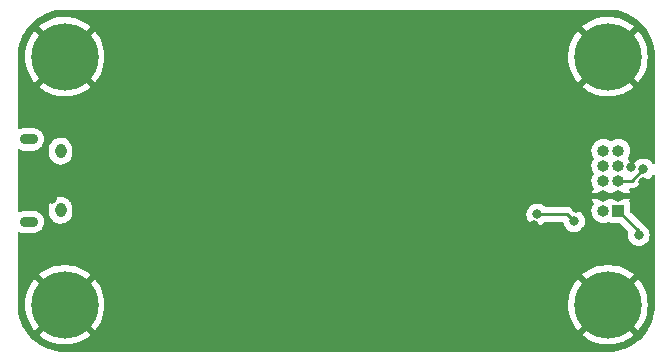
<source format=gbr>
%TF.GenerationSoftware,KiCad,Pcbnew,(6.0.9)*%
%TF.CreationDate,2022-11-08T23:36:55-08:00*%
%TF.ProjectId,esp32-prog,65737033-322d-4707-926f-672e6b696361,rev?*%
%TF.SameCoordinates,PX8f0d180PY2d4cae0*%
%TF.FileFunction,Copper,L2,Bot*%
%TF.FilePolarity,Positive*%
%FSLAX46Y46*%
G04 Gerber Fmt 4.6, Leading zero omitted, Abs format (unit mm)*
G04 Created by KiCad (PCBNEW (6.0.9)) date 2022-11-08 23:36:55*
%MOMM*%
%LPD*%
G01*
G04 APERTURE LIST*
%TA.AperFunction,ComponentPad*%
%ADD10C,5.700000*%
%TD*%
%TA.AperFunction,ComponentPad*%
%ADD11O,1.550000X0.890000*%
%TD*%
%TA.AperFunction,ComponentPad*%
%ADD12O,0.950000X1.250000*%
%TD*%
%TA.AperFunction,ComponentPad*%
%ADD13R,1.000000X1.000000*%
%TD*%
%TA.AperFunction,ComponentPad*%
%ADD14O,1.000000X1.000000*%
%TD*%
%TA.AperFunction,ViaPad*%
%ADD15C,0.800000*%
%TD*%
%TA.AperFunction,Conductor*%
%ADD16C,0.254000*%
%TD*%
G04 APERTURE END LIST*
D10*
%TO.P,H4,1,1*%
%TO.N,GND*%
X4500000Y-25500000D03*
%TD*%
%TO.P,H2,1,1*%
%TO.N,GND*%
X50500000Y-4500000D03*
%TD*%
%TO.P,H3,1,1*%
%TO.N,GND*%
X50500000Y-25500000D03*
%TD*%
D11*
%TO.P,J1,6,Shield*%
%TO.N,unconnected-(J1-Pad6)*%
X1454000Y-18500000D03*
D12*
X4154000Y-12500000D03*
D11*
X1454000Y-11500000D03*
D12*
X4154000Y-17500000D03*
%TD*%
D13*
%TO.P,J2,1,Pin_1*%
%TO.N,+5V*%
X51385000Y-17550000D03*
D14*
%TO.P,J2,2,Pin_2*%
%TO.N,+3.3V*%
X50115000Y-17550000D03*
%TO.P,J2,3,Pin_3*%
%TO.N,GND*%
X51385000Y-16280000D03*
%TO.P,J2,4,Pin_4*%
X50115000Y-16280000D03*
%TO.P,J2,5,Pin_5*%
%TO.N,/ESP_EN*%
X51385000Y-15010000D03*
%TO.P,J2,6,Pin_6*%
%TO.N,/ESP_BOOT*%
X50115000Y-15010000D03*
%TO.P,J2,7,Pin_7*%
%TO.N,/RXD*%
X51385000Y-13740000D03*
%TO.P,J2,8,Pin_8*%
%TO.N,/TXD*%
X50115000Y-13740000D03*
%TO.P,J2,9,Pin_9*%
%TO.N,unconnected-(J2-Pad9)*%
X51385000Y-12470000D03*
%TO.P,J2,10,Pin_10*%
%TO.N,unconnected-(J2-Pad10)*%
X50115000Y-12470000D03*
%TD*%
D10*
%TO.P,H1,1,1*%
%TO.N,GND*%
X4500000Y-4500000D03*
%TD*%
D15*
%TO.N,GND*%
X25673800Y-17949600D03*
X34142600Y-18756400D03*
X53496500Y-15149200D03*
X47827361Y-17345364D03*
X14692000Y-9002400D03*
X42164300Y-5470000D03*
X29220800Y-6868800D03*
X50695637Y-19574874D03*
X3443500Y-16545077D03*
X42062700Y-3845100D03*
X46645200Y-14844400D03*
X34142600Y-11506400D03*
X46340400Y-19721200D03*
X52431488Y-13803446D03*
X28250000Y-8250000D03*
X21600800Y-6208400D03*
X26842200Y-20642000D03*
X38720400Y-13828400D03*
X26260000Y-13060000D03*
X29220800Y-9662800D03*
X10628000Y-4836800D03*
X44272630Y-18743180D03*
X52690400Y-16419200D03*
X25171100Y-8740000D03*
X11237600Y-2093600D03*
X34259000Y-22369200D03*
X11644000Y-12558400D03*
X26791400Y-17035200D03*
X25521400Y-14393600D03*
X7453000Y-16978000D03*
X48562620Y-19290904D03*
X26639000Y-24184900D03*
X14641200Y-2042800D03*
X11560000Y-9890000D03*
X5090800Y-16368400D03*
X24090000Y-6259200D03*
X25115000Y-11244000D03*
X24560000Y-10200000D03*
%TO.N,+5V*%
X53110000Y-19610000D03*
%TO.N,/ESP_EN*%
X53496500Y-14031600D03*
%TO.N,/ESP_BOOT*%
X47653457Y-18443457D03*
X44511545Y-17848012D03*
%TD*%
D16*
%TO.N,+5V*%
X53110000Y-19275000D02*
X51385000Y-17550000D01*
X53110000Y-19610000D02*
X53110000Y-19275000D01*
%TO.N,/ESP_EN*%
X51385000Y-15010000D02*
X52518100Y-15010000D01*
X52518100Y-15010000D02*
X53496500Y-14031600D01*
%TO.N,/ESP_BOOT*%
X47653457Y-18443457D02*
X47058012Y-17848012D01*
X47058012Y-17848012D02*
X44511545Y-17848012D01*
%TD*%
%TA.AperFunction,Conductor*%
%TO.N,GND*%
G36*
X50470018Y-510000D02*
G01*
X50484852Y-512310D01*
X50484855Y-512310D01*
X50493724Y-513691D01*
X50511033Y-511428D01*
X50513656Y-511085D01*
X50535810Y-510156D01*
X50862472Y-525258D01*
X50874060Y-526332D01*
X51227672Y-575659D01*
X51239112Y-577798D01*
X51586665Y-659541D01*
X51597841Y-662721D01*
X51767111Y-719455D01*
X51936372Y-776186D01*
X51947224Y-780390D01*
X52273840Y-924605D01*
X52284245Y-929785D01*
X52596177Y-1103530D01*
X52606054Y-1109646D01*
X52900610Y-1311422D01*
X52909898Y-1318436D01*
X53184581Y-1546530D01*
X53193181Y-1554371D01*
X53445629Y-1806819D01*
X53453470Y-1815419D01*
X53681564Y-2090102D01*
X53688578Y-2099390D01*
X53890354Y-2393946D01*
X53896470Y-2403823D01*
X54070215Y-2715755D01*
X54075395Y-2726160D01*
X54219610Y-3052776D01*
X54223814Y-3063628D01*
X54337276Y-3402150D01*
X54340459Y-3413335D01*
X54389372Y-3621301D01*
X54422202Y-3760888D01*
X54424341Y-3772328D01*
X54473668Y-4125940D01*
X54474742Y-4137529D01*
X54489502Y-4456785D01*
X54488136Y-4481989D01*
X54487690Y-4484850D01*
X54487690Y-4484856D01*
X54486309Y-4493724D01*
X54487473Y-4502626D01*
X54487473Y-4502628D01*
X54490436Y-4525283D01*
X54491500Y-4541621D01*
X54491500Y-13467754D01*
X54471498Y-13535875D01*
X54417842Y-13582368D01*
X54347568Y-13592472D01*
X54282988Y-13562978D01*
X54256381Y-13530754D01*
X54238841Y-13500374D01*
X54235540Y-13494656D01*
X54229869Y-13488357D01*
X54112175Y-13357645D01*
X54112174Y-13357644D01*
X54107753Y-13352734D01*
X53953252Y-13240482D01*
X53947224Y-13237798D01*
X53947222Y-13237797D01*
X53784819Y-13165491D01*
X53784818Y-13165491D01*
X53778788Y-13162806D01*
X53685387Y-13142953D01*
X53598444Y-13124472D01*
X53598439Y-13124472D01*
X53591987Y-13123100D01*
X53401013Y-13123100D01*
X53394561Y-13124472D01*
X53394556Y-13124472D01*
X53307613Y-13142953D01*
X53214212Y-13162806D01*
X53208182Y-13165491D01*
X53208181Y-13165491D01*
X53045778Y-13237797D01*
X53045776Y-13237798D01*
X53039748Y-13240482D01*
X52885247Y-13352734D01*
X52880826Y-13357644D01*
X52880825Y-13357645D01*
X52763132Y-13488357D01*
X52757460Y-13494656D01*
X52730861Y-13540727D01*
X52681089Y-13626935D01*
X52661973Y-13660044D01*
X52659932Y-13666326D01*
X52639839Y-13728165D01*
X52599765Y-13786770D01*
X52534368Y-13814407D01*
X52464411Y-13802300D01*
X52412106Y-13754293D01*
X52394607Y-13701523D01*
X52379682Y-13549302D01*
X52379681Y-13549298D01*
X52379080Y-13543167D01*
X52376879Y-13535875D01*
X52355162Y-13463947D01*
X52321916Y-13353831D01*
X52229066Y-13179204D01*
X52225167Y-13174424D01*
X52224715Y-13173743D01*
X52203676Y-13105935D01*
X52220105Y-13041775D01*
X52221432Y-13039440D01*
X52276410Y-12942662D01*
X52307723Y-12887542D01*
X52307725Y-12887537D01*
X52310769Y-12882179D01*
X52373197Y-12694513D01*
X52397985Y-12498295D01*
X52398380Y-12470000D01*
X52379080Y-12273167D01*
X52373061Y-12253229D01*
X52346453Y-12165102D01*
X52321916Y-12083831D01*
X52229066Y-11909204D01*
X52158709Y-11822938D01*
X52107960Y-11760713D01*
X52107957Y-11760710D01*
X52104065Y-11755938D01*
X52097724Y-11750692D01*
X51956425Y-11633799D01*
X51956421Y-11633797D01*
X51951675Y-11629870D01*
X51777701Y-11535802D01*
X51588768Y-11477318D01*
X51582643Y-11476674D01*
X51582642Y-11476674D01*
X51398204Y-11457289D01*
X51398202Y-11457289D01*
X51392075Y-11456645D01*
X51309576Y-11464153D01*
X51201251Y-11474011D01*
X51201248Y-11474012D01*
X51195112Y-11474570D01*
X51189206Y-11476308D01*
X51189202Y-11476309D01*
X51084076Y-11507249D01*
X51005381Y-11530410D01*
X50999923Y-11533263D01*
X50999919Y-11533265D01*
X50927459Y-11571147D01*
X50830110Y-11622040D01*
X50825310Y-11625900D01*
X50820153Y-11629274D01*
X50818769Y-11627158D01*
X50763365Y-11650027D01*
X50693512Y-11637334D01*
X50683898Y-11631709D01*
X50681675Y-11629870D01*
X50507701Y-11535802D01*
X50318768Y-11477318D01*
X50312643Y-11476674D01*
X50312642Y-11476674D01*
X50128204Y-11457289D01*
X50128202Y-11457289D01*
X50122075Y-11456645D01*
X50039576Y-11464153D01*
X49931251Y-11474011D01*
X49931248Y-11474012D01*
X49925112Y-11474570D01*
X49919206Y-11476308D01*
X49919202Y-11476309D01*
X49814076Y-11507249D01*
X49735381Y-11530410D01*
X49729923Y-11533263D01*
X49729919Y-11533265D01*
X49657459Y-11571147D01*
X49560110Y-11622040D01*
X49405975Y-11745968D01*
X49278846Y-11897474D01*
X49275879Y-11902872D01*
X49275875Y-11902877D01*
X49218148Y-12007884D01*
X49183567Y-12070787D01*
X49181706Y-12076654D01*
X49181705Y-12076656D01*
X49159983Y-12145133D01*
X49123765Y-12259306D01*
X49101719Y-12455851D01*
X49118268Y-12652934D01*
X49119967Y-12658858D01*
X49148416Y-12758071D01*
X49172783Y-12843050D01*
X49263187Y-13018956D01*
X49267016Y-13023787D01*
X49268839Y-13026088D01*
X49269414Y-13027509D01*
X49270353Y-13028966D01*
X49270076Y-13029144D01*
X49295474Y-13091898D01*
X49282301Y-13161662D01*
X49278846Y-13167474D01*
X49183567Y-13340787D01*
X49181706Y-13346654D01*
X49181705Y-13346656D01*
X49135860Y-13491177D01*
X49123765Y-13529306D01*
X49101719Y-13725851D01*
X49118268Y-13922934D01*
X49119967Y-13928858D01*
X49149428Y-14031600D01*
X49172783Y-14113050D01*
X49263187Y-14288956D01*
X49267016Y-14293787D01*
X49268839Y-14296088D01*
X49269414Y-14297509D01*
X49270353Y-14298966D01*
X49270076Y-14299144D01*
X49295474Y-14361898D01*
X49282301Y-14431662D01*
X49278846Y-14437474D01*
X49183567Y-14610787D01*
X49123765Y-14799306D01*
X49101719Y-14995851D01*
X49118268Y-15192934D01*
X49172783Y-15383050D01*
X49175602Y-15388535D01*
X49252787Y-15538719D01*
X49263187Y-15558956D01*
X49269164Y-15566497D01*
X49269843Y-15568174D01*
X49270353Y-15568966D01*
X49270203Y-15569063D01*
X49295802Y-15632304D01*
X49282633Y-15702069D01*
X49279254Y-15707754D01*
X49279262Y-15707758D01*
X49186998Y-15875585D01*
X49182166Y-15886858D01*
X49143506Y-16008731D01*
X49143202Y-16022831D01*
X49149763Y-16026000D01*
X52343183Y-16026000D01*
X52356714Y-16022027D01*
X52357806Y-16014433D01*
X52323231Y-15899919D01*
X52318560Y-15888586D01*
X52287757Y-15830653D01*
X52273438Y-15761115D01*
X52298986Y-15694875D01*
X52356291Y-15652962D01*
X52399009Y-15645500D01*
X52439080Y-15645500D01*
X52450314Y-15646030D01*
X52457819Y-15647708D01*
X52526112Y-15645562D01*
X52530069Y-15645500D01*
X52558083Y-15645500D01*
X52562008Y-15645004D01*
X52562009Y-15645004D01*
X52562104Y-15644992D01*
X52573949Y-15644059D01*
X52603770Y-15643122D01*
X52610382Y-15642914D01*
X52610383Y-15642914D01*
X52618305Y-15642665D01*
X52637849Y-15636987D01*
X52657212Y-15632977D01*
X52669540Y-15631420D01*
X52669542Y-15631420D01*
X52677399Y-15630427D01*
X52684763Y-15627511D01*
X52684768Y-15627510D01*
X52718656Y-15614093D01*
X52729885Y-15610248D01*
X52746565Y-15605402D01*
X52772493Y-15597869D01*
X52779320Y-15593831D01*
X52779323Y-15593830D01*
X52790006Y-15587512D01*
X52807764Y-15578812D01*
X52819315Y-15574239D01*
X52819321Y-15574235D01*
X52826688Y-15571319D01*
X52862591Y-15545234D01*
X52872510Y-15538719D01*
X52903868Y-15520174D01*
X52903872Y-15520171D01*
X52910698Y-15516134D01*
X52925082Y-15501750D01*
X52940116Y-15488909D01*
X52950173Y-15481602D01*
X52956587Y-15476942D01*
X52984873Y-15442750D01*
X52992863Y-15433969D01*
X53449829Y-14977004D01*
X53512141Y-14942979D01*
X53538924Y-14940100D01*
X53591987Y-14940100D01*
X53598439Y-14938728D01*
X53598444Y-14938728D01*
X53685387Y-14920247D01*
X53778788Y-14900394D01*
X53784819Y-14897709D01*
X53947222Y-14825403D01*
X53947224Y-14825402D01*
X53953252Y-14822718D01*
X54107753Y-14710466D01*
X54202362Y-14605392D01*
X54231121Y-14573452D01*
X54231122Y-14573451D01*
X54235540Y-14568544D01*
X54256382Y-14532446D01*
X54307763Y-14483453D01*
X54377477Y-14470016D01*
X54443388Y-14496403D01*
X54484570Y-14554235D01*
X54491500Y-14595446D01*
X54491500Y-25450633D01*
X54490000Y-25470018D01*
X54486309Y-25493724D01*
X54487473Y-25502625D01*
X54488915Y-25513656D01*
X54489844Y-25535810D01*
X54474742Y-25862471D01*
X54473668Y-25874060D01*
X54424341Y-26227672D01*
X54422202Y-26239112D01*
X54345631Y-26564676D01*
X54340461Y-26586656D01*
X54337276Y-26597850D01*
X54223814Y-26936372D01*
X54219610Y-26947224D01*
X54075395Y-27273840D01*
X54070215Y-27284245D01*
X53896470Y-27596177D01*
X53890354Y-27606054D01*
X53688578Y-27900610D01*
X53681564Y-27909898D01*
X53453470Y-28184581D01*
X53445629Y-28193181D01*
X53193181Y-28445629D01*
X53184581Y-28453470D01*
X52909898Y-28681564D01*
X52900610Y-28688578D01*
X52693020Y-28830781D01*
X52651973Y-28858899D01*
X52606054Y-28890354D01*
X52596177Y-28896470D01*
X52284245Y-29070215D01*
X52273840Y-29075395D01*
X51947224Y-29219610D01*
X51936372Y-29223814D01*
X51767111Y-29280545D01*
X51597841Y-29337279D01*
X51586665Y-29340459D01*
X51254150Y-29418665D01*
X51239112Y-29422202D01*
X51227672Y-29424341D01*
X50874060Y-29473668D01*
X50862471Y-29474742D01*
X50543215Y-29489502D01*
X50518011Y-29488136D01*
X50515150Y-29487690D01*
X50515144Y-29487690D01*
X50506276Y-29486309D01*
X50497374Y-29487473D01*
X50497372Y-29487473D01*
X50486347Y-29488915D01*
X50474714Y-29490436D01*
X50458379Y-29491500D01*
X4549367Y-29491500D01*
X4529982Y-29490000D01*
X4515148Y-29487690D01*
X4515145Y-29487690D01*
X4506276Y-29486309D01*
X4492303Y-29488136D01*
X4486344Y-29488915D01*
X4464190Y-29489844D01*
X4137528Y-29474742D01*
X4125940Y-29473668D01*
X3772328Y-29424341D01*
X3760888Y-29422202D01*
X3745850Y-29418665D01*
X3413335Y-29340459D01*
X3402159Y-29337279D01*
X3232889Y-29280545D01*
X3063628Y-29223814D01*
X3052776Y-29219610D01*
X2726160Y-29075395D01*
X2715755Y-29070215D01*
X2403823Y-28896470D01*
X2393946Y-28890354D01*
X2348028Y-28858899D01*
X2306980Y-28830781D01*
X2099390Y-28688578D01*
X2090102Y-28681564D01*
X1815419Y-28453470D01*
X1806819Y-28445629D01*
X1554371Y-28193181D01*
X1546530Y-28184581D01*
X1436224Y-28051745D01*
X2313795Y-28051745D01*
X2313871Y-28052815D01*
X2317055Y-28057648D01*
X2597342Y-28272720D01*
X2602972Y-28276575D01*
X2907929Y-28461992D01*
X2913931Y-28465210D01*
X3237139Y-28616611D01*
X3243444Y-28619159D01*
X3581117Y-28734771D01*
X3587668Y-28736624D01*
X3935838Y-28815087D01*
X3942557Y-28816224D01*
X4297174Y-28856628D01*
X4303964Y-28857031D01*
X4660865Y-28858899D01*
X4667666Y-28858567D01*
X5022686Y-28821880D01*
X5029414Y-28820814D01*
X5378402Y-28745997D01*
X5384950Y-28744218D01*
X5723820Y-28632147D01*
X5730162Y-28629661D01*
X6054921Y-28481660D01*
X6060975Y-28478495D01*
X6367839Y-28296293D01*
X6373520Y-28292490D01*
X6658918Y-28078207D01*
X6664145Y-28073821D01*
X6676988Y-28061803D01*
X6682921Y-28051745D01*
X48313795Y-28051745D01*
X48313871Y-28052815D01*
X48317055Y-28057648D01*
X48597342Y-28272720D01*
X48602972Y-28276575D01*
X48907929Y-28461992D01*
X48913931Y-28465210D01*
X49237139Y-28616611D01*
X49243444Y-28619159D01*
X49581117Y-28734771D01*
X49587668Y-28736624D01*
X49935838Y-28815087D01*
X49942557Y-28816224D01*
X50297174Y-28856628D01*
X50303964Y-28857031D01*
X50660865Y-28858899D01*
X50667666Y-28858567D01*
X51022686Y-28821880D01*
X51029414Y-28820814D01*
X51378402Y-28745997D01*
X51384950Y-28744218D01*
X51723820Y-28632147D01*
X51730162Y-28629661D01*
X52054921Y-28481660D01*
X52060975Y-28478495D01*
X52367839Y-28296293D01*
X52373520Y-28292490D01*
X52658918Y-28078207D01*
X52664145Y-28073821D01*
X52676988Y-28061803D01*
X52685057Y-28048123D01*
X52685029Y-28047398D01*
X52679887Y-28039097D01*
X50512812Y-25872022D01*
X50498868Y-25864408D01*
X50497035Y-25864539D01*
X50490420Y-25868790D01*
X48321409Y-28037801D01*
X48313795Y-28051745D01*
X6682921Y-28051745D01*
X6685057Y-28048123D01*
X6685029Y-28047398D01*
X6679887Y-28039097D01*
X4512812Y-25872022D01*
X4498868Y-25864408D01*
X4497035Y-25864539D01*
X4490420Y-25868790D01*
X2321409Y-28037801D01*
X2313795Y-28051745D01*
X1436224Y-28051745D01*
X1318436Y-27909898D01*
X1311422Y-27900610D01*
X1109646Y-27606054D01*
X1103530Y-27596177D01*
X929785Y-27284245D01*
X924605Y-27273840D01*
X780390Y-26947224D01*
X776186Y-26936372D01*
X662724Y-26597850D01*
X659539Y-26586656D01*
X654370Y-26564676D01*
X577798Y-26239112D01*
X575659Y-26227672D01*
X526332Y-25874060D01*
X525258Y-25862471D01*
X510671Y-25546959D01*
X512283Y-25520239D01*
X512767Y-25517361D01*
X512767Y-25517359D01*
X513576Y-25512552D01*
X513729Y-25500000D01*
X512534Y-25491657D01*
X1137260Y-25491657D01*
X1155318Y-25848127D01*
X1156028Y-25854883D01*
X1212478Y-26207305D01*
X1213917Y-26213960D01*
X1308094Y-26558215D01*
X1310243Y-26564676D01*
X1441053Y-26896756D01*
X1443884Y-26902939D01*
X1609792Y-27218949D01*
X1613275Y-27224791D01*
X1812340Y-27521031D01*
X1816442Y-27526475D01*
X1940942Y-27674322D01*
X1953680Y-27682764D01*
X1964124Y-27676666D01*
X4127978Y-25512812D01*
X4134356Y-25501132D01*
X4864408Y-25501132D01*
X4864539Y-25502965D01*
X4868790Y-25509580D01*
X7034463Y-27675253D01*
X7048060Y-27682678D01*
X7057669Y-27675981D01*
X7162197Y-27554457D01*
X7166346Y-27549069D01*
X7368503Y-27254929D01*
X7372050Y-27249118D01*
X7541250Y-26934879D01*
X7544157Y-26928701D01*
X7678435Y-26598016D01*
X7680649Y-26591586D01*
X7778427Y-26248331D01*
X7779934Y-26241701D01*
X7840073Y-25889873D01*
X7840853Y-25883133D01*
X7862740Y-25525275D01*
X7862856Y-25521673D01*
X7862926Y-25501820D01*
X7862834Y-25498193D01*
X7862480Y-25491657D01*
X47137260Y-25491657D01*
X47155318Y-25848127D01*
X47156028Y-25854883D01*
X47212478Y-26207305D01*
X47213917Y-26213960D01*
X47308094Y-26558215D01*
X47310243Y-26564676D01*
X47441053Y-26896756D01*
X47443884Y-26902939D01*
X47609792Y-27218949D01*
X47613275Y-27224791D01*
X47812340Y-27521031D01*
X47816442Y-27526475D01*
X47940942Y-27674322D01*
X47953680Y-27682764D01*
X47964124Y-27676666D01*
X50127978Y-25512812D01*
X50134356Y-25501132D01*
X50864408Y-25501132D01*
X50864539Y-25502965D01*
X50868790Y-25509580D01*
X53034463Y-27675253D01*
X53048060Y-27682678D01*
X53057669Y-27675981D01*
X53162197Y-27554457D01*
X53166346Y-27549069D01*
X53368503Y-27254929D01*
X53372050Y-27249118D01*
X53541250Y-26934879D01*
X53544157Y-26928701D01*
X53678435Y-26598016D01*
X53680649Y-26591586D01*
X53778427Y-26248331D01*
X53779934Y-26241701D01*
X53840073Y-25889873D01*
X53840853Y-25883133D01*
X53862740Y-25525275D01*
X53862856Y-25521673D01*
X53862926Y-25501820D01*
X53862834Y-25498193D01*
X53843446Y-25140208D01*
X53842711Y-25133442D01*
X53785034Y-24781233D01*
X53783567Y-24774561D01*
X53688194Y-24430655D01*
X53686020Y-24424192D01*
X53554053Y-24092575D01*
X53551197Y-24086395D01*
X53384194Y-23770981D01*
X53380682Y-23765137D01*
X53180588Y-23469598D01*
X53176467Y-23464170D01*
X53059041Y-23325704D01*
X53046215Y-23317267D01*
X53035890Y-23323320D01*
X50872022Y-25487188D01*
X50864408Y-25501132D01*
X50134356Y-25501132D01*
X50135592Y-25498868D01*
X50135461Y-25497035D01*
X50131210Y-25490420D01*
X47965527Y-23324737D01*
X47951990Y-23317345D01*
X47942289Y-23324132D01*
X47830649Y-23454847D01*
X47826515Y-23460255D01*
X47625394Y-23755086D01*
X47621859Y-23760923D01*
X47453754Y-24075757D01*
X47450878Y-24081926D01*
X47317754Y-24413081D01*
X47315561Y-24419521D01*
X47218979Y-24763121D01*
X47217496Y-24769756D01*
X47158589Y-25121773D01*
X47157830Y-25128545D01*
X47137284Y-25484862D01*
X47137260Y-25491657D01*
X7862480Y-25491657D01*
X7843446Y-25140208D01*
X7842711Y-25133442D01*
X7785034Y-24781233D01*
X7783567Y-24774561D01*
X7688194Y-24430655D01*
X7686020Y-24424192D01*
X7554053Y-24092575D01*
X7551197Y-24086395D01*
X7384194Y-23770981D01*
X7380682Y-23765137D01*
X7180588Y-23469598D01*
X7176467Y-23464170D01*
X7059041Y-23325704D01*
X7046215Y-23317267D01*
X7035890Y-23323320D01*
X4872022Y-25487188D01*
X4864408Y-25501132D01*
X4134356Y-25501132D01*
X4135592Y-25498868D01*
X4135461Y-25497035D01*
X4131210Y-25490420D01*
X1965527Y-23324737D01*
X1951990Y-23317345D01*
X1942289Y-23324132D01*
X1830649Y-23454847D01*
X1826515Y-23460255D01*
X1625394Y-23755086D01*
X1621859Y-23760923D01*
X1453754Y-24075757D01*
X1450878Y-24081926D01*
X1317754Y-24413081D01*
X1315561Y-24419521D01*
X1218979Y-24763121D01*
X1217496Y-24769756D01*
X1158589Y-25121773D01*
X1157830Y-25128545D01*
X1137284Y-25484862D01*
X1137260Y-25491657D01*
X512534Y-25491657D01*
X509773Y-25472376D01*
X508500Y-25454514D01*
X508500Y-22951492D01*
X2314580Y-22951492D01*
X2314615Y-22952333D01*
X2319667Y-22960457D01*
X4487188Y-25127978D01*
X4501132Y-25135592D01*
X4502965Y-25135461D01*
X4509580Y-25131210D01*
X6678166Y-22962624D01*
X6684245Y-22951492D01*
X48314580Y-22951492D01*
X48314615Y-22952333D01*
X48319667Y-22960457D01*
X50487188Y-25127978D01*
X50501132Y-25135592D01*
X50502965Y-25135461D01*
X50509580Y-25131210D01*
X52678166Y-22962624D01*
X52685780Y-22948680D01*
X52685712Y-22947723D01*
X52680771Y-22940251D01*
X52676870Y-22936931D01*
X52392958Y-22720649D01*
X52387332Y-22716825D01*
X52081722Y-22532469D01*
X52075710Y-22529272D01*
X51751966Y-22378995D01*
X51745666Y-22376475D01*
X51407595Y-22262045D01*
X51401017Y-22260209D01*
X51052592Y-22182965D01*
X51045857Y-22181850D01*
X50691106Y-22142685D01*
X50684324Y-22142306D01*
X50327395Y-22141683D01*
X50320622Y-22142038D01*
X49965714Y-22179966D01*
X49959005Y-22181053D01*
X49610289Y-22257086D01*
X49603714Y-22258897D01*
X49265250Y-22372145D01*
X49258928Y-22374648D01*
X48934680Y-22523785D01*
X48928637Y-22526971D01*
X48622404Y-22710248D01*
X48616744Y-22714066D01*
X48332094Y-22929346D01*
X48326891Y-22933742D01*
X48322601Y-22937785D01*
X48314580Y-22951492D01*
X6684245Y-22951492D01*
X6685780Y-22948680D01*
X6685712Y-22947723D01*
X6680771Y-22940251D01*
X6676870Y-22936931D01*
X6392958Y-22720649D01*
X6387332Y-22716825D01*
X6081722Y-22532469D01*
X6075710Y-22529272D01*
X5751966Y-22378995D01*
X5745666Y-22376475D01*
X5407595Y-22262045D01*
X5401017Y-22260209D01*
X5052592Y-22182965D01*
X5045857Y-22181850D01*
X4691106Y-22142685D01*
X4684324Y-22142306D01*
X4327395Y-22141683D01*
X4320622Y-22142038D01*
X3965714Y-22179966D01*
X3959005Y-22181053D01*
X3610289Y-22257086D01*
X3603714Y-22258897D01*
X3265250Y-22372145D01*
X3258928Y-22374648D01*
X2934680Y-22523785D01*
X2928637Y-22526971D01*
X2622404Y-22710248D01*
X2616744Y-22714066D01*
X2332094Y-22929346D01*
X2326891Y-22933742D01*
X2322601Y-22937785D01*
X2314580Y-22951492D01*
X508500Y-22951492D01*
X508500Y-19464426D01*
X528502Y-19396305D01*
X582158Y-19349812D01*
X652432Y-19339708D01*
X684541Y-19348789D01*
X834204Y-19413554D01*
X880300Y-19423184D01*
X1019073Y-19452176D01*
X1019077Y-19452176D01*
X1023818Y-19453167D01*
X1030172Y-19453500D01*
X1832408Y-19453500D01*
X1878161Y-19448853D01*
X1970368Y-19439487D01*
X1970370Y-19439487D01*
X1976716Y-19438842D01*
X2161561Y-19380915D01*
X2330982Y-19287003D01*
X2478059Y-19160943D01*
X2546231Y-19073056D01*
X2592868Y-19012933D01*
X2592870Y-19012930D01*
X2596784Y-19007884D01*
X2682307Y-18834077D01*
X2683914Y-18827907D01*
X2683916Y-18827902D01*
X2729525Y-18652806D01*
X2729525Y-18652803D01*
X2731135Y-18646624D01*
X2736305Y-18547984D01*
X2740939Y-18459563D01*
X2740939Y-18459559D01*
X2741273Y-18453182D01*
X2712307Y-18261651D01*
X2645419Y-18079858D01*
X2642061Y-18074442D01*
X2642059Y-18074438D01*
X2546707Y-17920650D01*
X2546704Y-17920646D01*
X2543344Y-17915227D01*
X2410249Y-17774483D01*
X2303782Y-17699934D01*
X3170500Y-17699934D01*
X3170823Y-17703113D01*
X3177068Y-17764591D01*
X3185619Y-17848780D01*
X3245369Y-18039440D01*
X3342235Y-18214191D01*
X3346391Y-18219040D01*
X3388325Y-18267965D01*
X3472261Y-18365896D01*
X3477298Y-18369803D01*
X3477300Y-18369805D01*
X3625093Y-18484445D01*
X3625096Y-18484447D01*
X3630137Y-18488357D01*
X3635863Y-18491175D01*
X3635867Y-18491177D01*
X3769983Y-18557170D01*
X3809411Y-18576571D01*
X3881716Y-18595405D01*
X3996580Y-18625325D01*
X3996583Y-18625325D01*
X4002762Y-18626935D01*
X4096256Y-18631835D01*
X4195911Y-18637058D01*
X4195915Y-18637058D01*
X4202292Y-18637392D01*
X4399848Y-18607514D01*
X4432760Y-18595405D01*
X4581371Y-18540727D01*
X4581372Y-18540727D01*
X4587361Y-18538523D01*
X4730098Y-18450022D01*
X4751750Y-18436597D01*
X4751751Y-18436596D01*
X4757172Y-18433235D01*
X4902344Y-18295953D01*
X5016946Y-18132284D01*
X5096298Y-17948914D01*
X5117377Y-17848012D01*
X43598041Y-17848012D01*
X43618003Y-18037940D01*
X43677018Y-18219568D01*
X43772505Y-18384956D01*
X43776923Y-18389863D01*
X43776924Y-18389864D01*
X43871407Y-18494798D01*
X43900292Y-18526878D01*
X43950227Y-18563158D01*
X44046886Y-18633385D01*
X44054793Y-18639130D01*
X44060821Y-18641814D01*
X44060823Y-18641815D01*
X44223226Y-18714121D01*
X44229257Y-18716806D01*
X44322658Y-18736659D01*
X44409601Y-18755140D01*
X44409606Y-18755140D01*
X44416058Y-18756512D01*
X44607032Y-18756512D01*
X44613484Y-18755140D01*
X44613489Y-18755140D01*
X44700432Y-18736659D01*
X44793833Y-18716806D01*
X44799864Y-18714121D01*
X44962267Y-18641815D01*
X44962269Y-18641814D01*
X44968297Y-18639130D01*
X44976205Y-18633385D01*
X45111399Y-18535160D01*
X45122798Y-18526878D01*
X45127213Y-18521975D01*
X45132125Y-18517552D01*
X45133766Y-18519374D01*
X45184755Y-18487962D01*
X45217944Y-18483512D01*
X46630712Y-18483512D01*
X46698833Y-18503514D01*
X46745326Y-18557170D01*
X46756022Y-18596342D01*
X46759915Y-18633385D01*
X46818930Y-18815013D01*
X46822233Y-18820735D01*
X46822234Y-18820736D01*
X46833241Y-18839801D01*
X46914417Y-18980401D01*
X46918835Y-18985308D01*
X46918836Y-18985309D01*
X46939163Y-19007884D01*
X47042204Y-19122323D01*
X47196705Y-19234575D01*
X47202733Y-19237259D01*
X47202735Y-19237260D01*
X47321412Y-19290098D01*
X47371169Y-19312251D01*
X47464570Y-19332104D01*
X47551513Y-19350585D01*
X47551518Y-19350585D01*
X47557970Y-19351957D01*
X47748944Y-19351957D01*
X47755396Y-19350585D01*
X47755401Y-19350585D01*
X47842344Y-19332104D01*
X47935745Y-19312251D01*
X47985502Y-19290098D01*
X48104179Y-19237260D01*
X48104181Y-19237259D01*
X48110209Y-19234575D01*
X48264710Y-19122323D01*
X48367751Y-19007884D01*
X48388078Y-18985309D01*
X48388079Y-18985308D01*
X48392497Y-18980401D01*
X48473673Y-18839801D01*
X48484680Y-18820736D01*
X48484681Y-18820735D01*
X48487984Y-18815013D01*
X48546999Y-18633385D01*
X48552768Y-18578502D01*
X48566271Y-18450022D01*
X48566961Y-18443457D01*
X48558300Y-18361052D01*
X48547689Y-18260092D01*
X48547689Y-18260090D01*
X48546999Y-18253529D01*
X48487984Y-18071901D01*
X48392497Y-17906513D01*
X48333912Y-17841447D01*
X48269132Y-17769502D01*
X48269131Y-17769501D01*
X48264710Y-17764591D01*
X48130442Y-17667039D01*
X48115551Y-17656220D01*
X48115550Y-17656219D01*
X48110209Y-17652339D01*
X48104181Y-17649655D01*
X48104179Y-17649654D01*
X47941776Y-17577348D01*
X47941775Y-17577348D01*
X47935745Y-17574663D01*
X47842344Y-17554810D01*
X47755401Y-17536329D01*
X47755396Y-17536329D01*
X47753148Y-17535851D01*
X49101719Y-17535851D01*
X49102235Y-17541995D01*
X49115229Y-17696738D01*
X49118268Y-17732934D01*
X49122236Y-17746771D01*
X49170540Y-17915227D01*
X49172783Y-17923050D01*
X49175602Y-17928535D01*
X49252513Y-18078186D01*
X49263187Y-18098956D01*
X49386035Y-18253953D01*
X49536650Y-18382136D01*
X49709294Y-18478624D01*
X49897392Y-18539740D01*
X50093777Y-18563158D01*
X50099912Y-18562686D01*
X50099914Y-18562686D01*
X50284830Y-18548457D01*
X50284834Y-18548456D01*
X50290972Y-18547984D01*
X50481463Y-18494798D01*
X50486959Y-18492022D01*
X50486961Y-18492021D01*
X50500716Y-18485073D01*
X50570538Y-18472214D01*
X50622368Y-18492514D01*
X50623240Y-18490921D01*
X50631109Y-18495229D01*
X50638295Y-18500615D01*
X50774684Y-18551745D01*
X50836866Y-18558500D01*
X51442578Y-18558500D01*
X51510699Y-18578502D01*
X51531673Y-18595405D01*
X52196164Y-19259896D01*
X52230190Y-19322208D01*
X52226903Y-19387925D01*
X52216458Y-19420072D01*
X52215768Y-19426633D01*
X52215768Y-19426635D01*
X52211796Y-19464426D01*
X52196496Y-19610000D01*
X52216458Y-19799928D01*
X52275473Y-19981556D01*
X52370960Y-20146944D01*
X52498747Y-20288866D01*
X52653248Y-20401118D01*
X52659276Y-20403802D01*
X52659278Y-20403803D01*
X52821681Y-20476109D01*
X52827712Y-20478794D01*
X52921113Y-20498647D01*
X53008056Y-20517128D01*
X53008061Y-20517128D01*
X53014513Y-20518500D01*
X53205487Y-20518500D01*
X53211939Y-20517128D01*
X53211944Y-20517128D01*
X53298887Y-20498647D01*
X53392288Y-20478794D01*
X53398319Y-20476109D01*
X53560722Y-20403803D01*
X53560724Y-20403802D01*
X53566752Y-20401118D01*
X53721253Y-20288866D01*
X53849040Y-20146944D01*
X53944527Y-19981556D01*
X54003542Y-19799928D01*
X54023504Y-19610000D01*
X54008204Y-19464426D01*
X54004232Y-19426635D01*
X54004232Y-19426633D01*
X54003542Y-19420072D01*
X53944527Y-19238444D01*
X53849040Y-19073056D01*
X53721253Y-18931134D01*
X53622157Y-18859136D01*
X53572094Y-18822763D01*
X53572093Y-18822762D01*
X53566752Y-18818882D01*
X53560722Y-18816197D01*
X53554999Y-18812893D01*
X53555448Y-18812116D01*
X53524755Y-18791022D01*
X52430405Y-17696672D01*
X52396379Y-17634360D01*
X52393500Y-17607577D01*
X52393500Y-17001866D01*
X52386745Y-16939684D01*
X52335615Y-16803295D01*
X52330229Y-16796108D01*
X52325921Y-16788240D01*
X52327789Y-16787217D01*
X52307139Y-16731945D01*
X52313255Y-16683117D01*
X52357142Y-16551189D01*
X52357643Y-16537097D01*
X52351454Y-16534000D01*
X49157282Y-16534000D01*
X49143751Y-16537973D01*
X49142601Y-16545975D01*
X49171552Y-16646941D01*
X49176067Y-16658345D01*
X49260794Y-16823207D01*
X49267432Y-16833507D01*
X49269131Y-16835650D01*
X49269667Y-16836975D01*
X49270774Y-16838692D01*
X49270448Y-16838902D01*
X49295770Y-16901460D01*
X49282600Y-16971224D01*
X49278979Y-16977316D01*
X49278846Y-16977474D01*
X49183567Y-17150787D01*
X49181706Y-17156654D01*
X49181705Y-17156656D01*
X49126782Y-17329795D01*
X49123765Y-17339306D01*
X49101719Y-17535851D01*
X47753148Y-17535851D01*
X47748944Y-17534957D01*
X47695880Y-17534957D01*
X47627759Y-17514955D01*
X47606785Y-17498052D01*
X47563262Y-17454529D01*
X47555686Y-17446203D01*
X47551565Y-17439709D01*
X47501746Y-17392926D01*
X47498905Y-17390172D01*
X47479106Y-17370373D01*
X47475981Y-17367949D01*
X47475972Y-17367941D01*
X47475886Y-17367875D01*
X47466861Y-17360167D01*
X47440297Y-17335222D01*
X47434518Y-17329795D01*
X47416681Y-17319989D01*
X47400165Y-17309139D01*
X47384079Y-17296662D01*
X47343346Y-17279036D01*
X47332698Y-17273819D01*
X47321070Y-17267427D01*
X47293815Y-17252443D01*
X47286140Y-17250472D01*
X47286134Y-17250470D01*
X47274101Y-17247381D01*
X47255399Y-17240978D01*
X47236720Y-17232895D01*
X47202884Y-17227536D01*
X47192885Y-17225952D01*
X47181272Y-17223547D01*
X47138294Y-17212512D01*
X47117947Y-17212512D01*
X47098236Y-17210961D01*
X47085962Y-17209017D01*
X47078133Y-17207777D01*
X47070241Y-17208523D01*
X47033956Y-17211953D01*
X47022098Y-17212512D01*
X45217944Y-17212512D01*
X45149823Y-17192510D01*
X45132637Y-17177903D01*
X45132125Y-17178472D01*
X45127213Y-17174049D01*
X45122798Y-17169146D01*
X44968297Y-17056894D01*
X44962269Y-17054210D01*
X44962267Y-17054209D01*
X44799864Y-16981903D01*
X44799863Y-16981903D01*
X44793833Y-16979218D01*
X44700432Y-16959365D01*
X44613489Y-16940884D01*
X44613484Y-16940884D01*
X44607032Y-16939512D01*
X44416058Y-16939512D01*
X44409606Y-16940884D01*
X44409601Y-16940884D01*
X44322658Y-16959365D01*
X44229257Y-16979218D01*
X44223227Y-16981903D01*
X44223226Y-16981903D01*
X44060823Y-17054209D01*
X44060821Y-17054210D01*
X44054793Y-17056894D01*
X43900292Y-17169146D01*
X43895871Y-17174056D01*
X43895870Y-17174057D01*
X43779534Y-17303262D01*
X43772505Y-17311068D01*
X43739669Y-17367941D01*
X43689678Y-17454529D01*
X43677018Y-17476456D01*
X43618003Y-17658084D01*
X43598041Y-17848012D01*
X5117377Y-17848012D01*
X5137156Y-17753334D01*
X5137500Y-17746771D01*
X5137500Y-17300066D01*
X5129878Y-17225024D01*
X5123026Y-17157566D01*
X5123025Y-17157562D01*
X5122381Y-17151220D01*
X5062631Y-16960560D01*
X5051725Y-16940884D01*
X4995195Y-16838902D01*
X4965765Y-16785809D01*
X4891931Y-16699665D01*
X4839891Y-16638948D01*
X4839890Y-16638947D01*
X4835739Y-16634104D01*
X4830700Y-16630195D01*
X4682907Y-16515555D01*
X4682904Y-16515553D01*
X4677863Y-16511643D01*
X4672137Y-16508825D01*
X4672133Y-16508823D01*
X4504318Y-16426248D01*
X4498589Y-16423429D01*
X4379797Y-16392486D01*
X4311420Y-16374675D01*
X4311417Y-16374675D01*
X4305238Y-16373065D01*
X4211744Y-16368165D01*
X4112089Y-16362942D01*
X4112085Y-16362942D01*
X4105708Y-16362608D01*
X3908152Y-16392486D01*
X3720639Y-16461477D01*
X3550828Y-16566765D01*
X3405656Y-16704047D01*
X3291054Y-16867716D01*
X3211702Y-17051086D01*
X3170844Y-17246666D01*
X3170500Y-17253229D01*
X3170500Y-17699934D01*
X2303782Y-17699934D01*
X2251573Y-17663377D01*
X2073796Y-17586446D01*
X2017395Y-17574663D01*
X1888927Y-17547824D01*
X1888923Y-17547824D01*
X1884182Y-17546833D01*
X1877828Y-17546500D01*
X1075592Y-17546500D01*
X1029839Y-17551147D01*
X937632Y-17560513D01*
X937630Y-17560513D01*
X931284Y-17561158D01*
X746439Y-17619085D01*
X740850Y-17622183D01*
X695586Y-17647273D01*
X626309Y-17662804D01*
X559632Y-17638416D01*
X516726Y-17581851D01*
X508500Y-17537071D01*
X508500Y-12699934D01*
X3170500Y-12699934D01*
X3185619Y-12848780D01*
X3215040Y-12942662D01*
X3242087Y-13028966D01*
X3245369Y-13039440D01*
X3342235Y-13214191D01*
X3472261Y-13365896D01*
X3477298Y-13369803D01*
X3477300Y-13369805D01*
X3625093Y-13484445D01*
X3625096Y-13484447D01*
X3630137Y-13488357D01*
X3635863Y-13491175D01*
X3635867Y-13491177D01*
X3741525Y-13543167D01*
X3809411Y-13576571D01*
X3870456Y-13592472D01*
X3996580Y-13625325D01*
X3996583Y-13625325D01*
X4002762Y-13626935D01*
X4096256Y-13631835D01*
X4195911Y-13637058D01*
X4195915Y-13637058D01*
X4202292Y-13637392D01*
X4399848Y-13607514D01*
X4440732Y-13592472D01*
X4581371Y-13540727D01*
X4581372Y-13540727D01*
X4587361Y-13538523D01*
X4757172Y-13433235D01*
X4902344Y-13295953D01*
X5016946Y-13132284D01*
X5096298Y-12948914D01*
X5137156Y-12753334D01*
X5137500Y-12746771D01*
X5137500Y-12300066D01*
X5122381Y-12151220D01*
X5062631Y-11960560D01*
X4965765Y-11785809D01*
X4880581Y-11686422D01*
X4839891Y-11638948D01*
X4839890Y-11638947D01*
X4835739Y-11634104D01*
X4830281Y-11629870D01*
X4682907Y-11515555D01*
X4682904Y-11515553D01*
X4677863Y-11511643D01*
X4672137Y-11508825D01*
X4672133Y-11508823D01*
X4504318Y-11426248D01*
X4498589Y-11423429D01*
X4379797Y-11392486D01*
X4311420Y-11374675D01*
X4311417Y-11374675D01*
X4305238Y-11373065D01*
X4211744Y-11368165D01*
X4112089Y-11362942D01*
X4112085Y-11362942D01*
X4105708Y-11362608D01*
X3908152Y-11392486D01*
X3902165Y-11394689D01*
X3902164Y-11394689D01*
X3726629Y-11459273D01*
X3720639Y-11461477D01*
X3550828Y-11566765D01*
X3405656Y-11704047D01*
X3291054Y-11867716D01*
X3211702Y-12051086D01*
X3170844Y-12246666D01*
X3170500Y-12253229D01*
X3170500Y-12699934D01*
X508500Y-12699934D01*
X508500Y-12464426D01*
X528502Y-12396305D01*
X582158Y-12349812D01*
X652432Y-12339708D01*
X684541Y-12348789D01*
X834204Y-12413554D01*
X840452Y-12414859D01*
X840451Y-12414859D01*
X1019073Y-12452176D01*
X1019077Y-12452176D01*
X1023818Y-12453167D01*
X1030172Y-12453500D01*
X1832408Y-12453500D01*
X1878161Y-12448853D01*
X1970368Y-12439487D01*
X1970370Y-12439487D01*
X1976716Y-12438842D01*
X2161561Y-12380915D01*
X2330982Y-12287003D01*
X2368444Y-12254894D01*
X2473207Y-12165102D01*
X2473209Y-12165100D01*
X2478059Y-12160943D01*
X2552176Y-12065392D01*
X2592868Y-12012933D01*
X2592870Y-12012930D01*
X2596784Y-12007884D01*
X2682307Y-11834077D01*
X2683914Y-11827907D01*
X2683916Y-11827902D01*
X2729525Y-11652806D01*
X2729525Y-11652803D01*
X2731135Y-11646624D01*
X2735888Y-11555938D01*
X2740939Y-11459563D01*
X2740939Y-11459559D01*
X2741273Y-11453182D01*
X2712307Y-11261651D01*
X2645419Y-11079858D01*
X2642061Y-11074442D01*
X2642059Y-11074438D01*
X2546707Y-10920650D01*
X2546704Y-10920646D01*
X2543344Y-10915227D01*
X2410249Y-10774483D01*
X2251573Y-10663377D01*
X2073796Y-10586446D01*
X1961889Y-10563067D01*
X1888927Y-10547824D01*
X1888923Y-10547824D01*
X1884182Y-10546833D01*
X1877828Y-10546500D01*
X1075592Y-10546500D01*
X1029839Y-10551147D01*
X937632Y-10560513D01*
X937630Y-10560513D01*
X931284Y-10561158D01*
X746439Y-10619085D01*
X740850Y-10622183D01*
X695586Y-10647273D01*
X626309Y-10662804D01*
X559632Y-10638416D01*
X516726Y-10581851D01*
X508500Y-10537071D01*
X508500Y-4553250D01*
X510246Y-4532345D01*
X512770Y-4517344D01*
X512770Y-4517341D01*
X513576Y-4512552D01*
X513729Y-4500000D01*
X512534Y-4491657D01*
X1137260Y-4491657D01*
X1155318Y-4848127D01*
X1156028Y-4854883D01*
X1212478Y-5207305D01*
X1213917Y-5213960D01*
X1308094Y-5558215D01*
X1310243Y-5564676D01*
X1441053Y-5896756D01*
X1443884Y-5902939D01*
X1609792Y-6218949D01*
X1613275Y-6224791D01*
X1812340Y-6521031D01*
X1816442Y-6526475D01*
X1940942Y-6674322D01*
X1953680Y-6682764D01*
X1964124Y-6676666D01*
X2695661Y-5945129D01*
X2757973Y-5911103D01*
X2828788Y-5916168D01*
X2877948Y-5949423D01*
X2990956Y-6073617D01*
X2994245Y-6076367D01*
X3045749Y-6119431D01*
X3085178Y-6178472D01*
X3086429Y-6249458D01*
X3054021Y-6305189D01*
X2321409Y-7037801D01*
X2313795Y-7051745D01*
X2313871Y-7052815D01*
X2317055Y-7057648D01*
X2597342Y-7272720D01*
X2602972Y-7276575D01*
X2907929Y-7461992D01*
X2913931Y-7465210D01*
X3237139Y-7616611D01*
X3243444Y-7619159D01*
X3581117Y-7734771D01*
X3587668Y-7736624D01*
X3935838Y-7815087D01*
X3942557Y-7816224D01*
X4297174Y-7856628D01*
X4303964Y-7857031D01*
X4660865Y-7858899D01*
X4667666Y-7858567D01*
X5022686Y-7821880D01*
X5029414Y-7820814D01*
X5378402Y-7745997D01*
X5384950Y-7744218D01*
X5723820Y-7632147D01*
X5730162Y-7629661D01*
X6054921Y-7481660D01*
X6060975Y-7478495D01*
X6367839Y-7296293D01*
X6373520Y-7292490D01*
X6658918Y-7078207D01*
X6664145Y-7073821D01*
X6676988Y-7061803D01*
X6682921Y-7051745D01*
X48313795Y-7051745D01*
X48313871Y-7052815D01*
X48317055Y-7057648D01*
X48597342Y-7272720D01*
X48602972Y-7276575D01*
X48907929Y-7461992D01*
X48913931Y-7465210D01*
X49237139Y-7616611D01*
X49243444Y-7619159D01*
X49581117Y-7734771D01*
X49587668Y-7736624D01*
X49935838Y-7815087D01*
X49942557Y-7816224D01*
X50297174Y-7856628D01*
X50303964Y-7857031D01*
X50660865Y-7858899D01*
X50667666Y-7858567D01*
X51022686Y-7821880D01*
X51029414Y-7820814D01*
X51378402Y-7745997D01*
X51384950Y-7744218D01*
X51723820Y-7632147D01*
X51730162Y-7629661D01*
X52054921Y-7481660D01*
X52060975Y-7478495D01*
X52367839Y-7296293D01*
X52373520Y-7292490D01*
X52658918Y-7078207D01*
X52664145Y-7073821D01*
X52676988Y-7061803D01*
X52685057Y-7048123D01*
X52685029Y-7047398D01*
X52679887Y-7039097D01*
X50512812Y-4872022D01*
X50498868Y-4864408D01*
X50497035Y-4864539D01*
X50490420Y-4868790D01*
X48321409Y-7037801D01*
X48313795Y-7051745D01*
X6682921Y-7051745D01*
X6685057Y-7048123D01*
X6685029Y-7047398D01*
X6679887Y-7039097D01*
X5948447Y-6307657D01*
X5914421Y-6245345D01*
X5919486Y-6174530D01*
X5953234Y-6124924D01*
X5955495Y-6122888D01*
X5958871Y-6120241D01*
X6126000Y-5947778D01*
X6187769Y-5912778D01*
X6258656Y-5916730D01*
X6305578Y-5946368D01*
X7034463Y-6675253D01*
X7048060Y-6682678D01*
X7057669Y-6675981D01*
X7162197Y-6554457D01*
X7166346Y-6549069D01*
X7368503Y-6254929D01*
X7372050Y-6249118D01*
X7541250Y-5934879D01*
X7544157Y-5928701D01*
X7678435Y-5598016D01*
X7680649Y-5591586D01*
X7778427Y-5248331D01*
X7779934Y-5241701D01*
X7840073Y-4889873D01*
X7840853Y-4883133D01*
X7862740Y-4525275D01*
X7862856Y-4521673D01*
X7862926Y-4501820D01*
X7862834Y-4498193D01*
X7862480Y-4491657D01*
X47137260Y-4491657D01*
X47155318Y-4848127D01*
X47156028Y-4854883D01*
X47212478Y-5207305D01*
X47213917Y-5213960D01*
X47308094Y-5558215D01*
X47310243Y-5564676D01*
X47441053Y-5896756D01*
X47443884Y-5902939D01*
X47609792Y-6218949D01*
X47613275Y-6224791D01*
X47812340Y-6521031D01*
X47816442Y-6526475D01*
X47940942Y-6674322D01*
X47953680Y-6682764D01*
X47964124Y-6676666D01*
X50127978Y-4512812D01*
X50134356Y-4501132D01*
X50864408Y-4501132D01*
X50864539Y-4502965D01*
X50868790Y-4509580D01*
X53034463Y-6675253D01*
X53048060Y-6682678D01*
X53057669Y-6675981D01*
X53162197Y-6554457D01*
X53166346Y-6549069D01*
X53368503Y-6254929D01*
X53372050Y-6249118D01*
X53541250Y-5934879D01*
X53544157Y-5928701D01*
X53678435Y-5598016D01*
X53680649Y-5591586D01*
X53778427Y-5248331D01*
X53779934Y-5241701D01*
X53840073Y-4889873D01*
X53840853Y-4883133D01*
X53862740Y-4525275D01*
X53862856Y-4521673D01*
X53862926Y-4501820D01*
X53862834Y-4498193D01*
X53843446Y-4140208D01*
X53842711Y-4133442D01*
X53785034Y-3781233D01*
X53783567Y-3774561D01*
X53688194Y-3430655D01*
X53686020Y-3424192D01*
X53554053Y-3092575D01*
X53551197Y-3086395D01*
X53384194Y-2770981D01*
X53380682Y-2765137D01*
X53180588Y-2469598D01*
X53176467Y-2464170D01*
X53059041Y-2325704D01*
X53046215Y-2317267D01*
X53035890Y-2323320D01*
X50872022Y-4487188D01*
X50864408Y-4501132D01*
X50134356Y-4501132D01*
X50135592Y-4498868D01*
X50135461Y-4497035D01*
X50131210Y-4490420D01*
X47965527Y-2324737D01*
X47951990Y-2317345D01*
X47942289Y-2324132D01*
X47830649Y-2454847D01*
X47826515Y-2460255D01*
X47625394Y-2755086D01*
X47621859Y-2760923D01*
X47453754Y-3075757D01*
X47450878Y-3081926D01*
X47317754Y-3413081D01*
X47315561Y-3419521D01*
X47218979Y-3763121D01*
X47217496Y-3769756D01*
X47158589Y-4121773D01*
X47157830Y-4128545D01*
X47137284Y-4484862D01*
X47137260Y-4491657D01*
X7862480Y-4491657D01*
X7843446Y-4140208D01*
X7842711Y-4133442D01*
X7785034Y-3781233D01*
X7783567Y-3774561D01*
X7688194Y-3430655D01*
X7686020Y-3424192D01*
X7554053Y-3092575D01*
X7551197Y-3086395D01*
X7384194Y-2770981D01*
X7380682Y-2765137D01*
X7180588Y-2469598D01*
X7176467Y-2464170D01*
X7059041Y-2325704D01*
X7046215Y-2317267D01*
X7035890Y-2323320D01*
X6304574Y-3054636D01*
X6242262Y-3088662D01*
X6171447Y-3083597D01*
X6123179Y-3051312D01*
X5995404Y-2913810D01*
X5995401Y-2913808D01*
X5992483Y-2910667D01*
X5977304Y-2898243D01*
X5955929Y-2880747D01*
X5915884Y-2822122D01*
X5913891Y-2751153D01*
X5946641Y-2694149D01*
X6678166Y-1962624D01*
X6684245Y-1951492D01*
X48314580Y-1951492D01*
X48314615Y-1952333D01*
X48319667Y-1960457D01*
X50487188Y-4127978D01*
X50501132Y-4135592D01*
X50502965Y-4135461D01*
X50509580Y-4131210D01*
X52678166Y-1962624D01*
X52685780Y-1948680D01*
X52685712Y-1947723D01*
X52680771Y-1940251D01*
X52676870Y-1936931D01*
X52392958Y-1720649D01*
X52387332Y-1716825D01*
X52081722Y-1532469D01*
X52075710Y-1529272D01*
X51751966Y-1378995D01*
X51745666Y-1376475D01*
X51407595Y-1262045D01*
X51401017Y-1260209D01*
X51052592Y-1182965D01*
X51045857Y-1181850D01*
X50691106Y-1142685D01*
X50684324Y-1142306D01*
X50327395Y-1141683D01*
X50320622Y-1142038D01*
X49965714Y-1179966D01*
X49959005Y-1181053D01*
X49610289Y-1257086D01*
X49603714Y-1258897D01*
X49265250Y-1372145D01*
X49258928Y-1374648D01*
X48934680Y-1523785D01*
X48928637Y-1526971D01*
X48622404Y-1710248D01*
X48616744Y-1714066D01*
X48332094Y-1929346D01*
X48326891Y-1933742D01*
X48322601Y-1937785D01*
X48314580Y-1951492D01*
X6684245Y-1951492D01*
X6685780Y-1948680D01*
X6685712Y-1947723D01*
X6680771Y-1940251D01*
X6676870Y-1936931D01*
X6392958Y-1720649D01*
X6387332Y-1716825D01*
X6081722Y-1532469D01*
X6075710Y-1529272D01*
X5751966Y-1378995D01*
X5745666Y-1376475D01*
X5407595Y-1262045D01*
X5401017Y-1260209D01*
X5052592Y-1182965D01*
X5045857Y-1181850D01*
X4691106Y-1142685D01*
X4684324Y-1142306D01*
X4327395Y-1141683D01*
X4320622Y-1142038D01*
X3965714Y-1179966D01*
X3959005Y-1181053D01*
X3610289Y-1257086D01*
X3603714Y-1258897D01*
X3265250Y-1372145D01*
X3258928Y-1374648D01*
X2934680Y-1523785D01*
X2928637Y-1526971D01*
X2622404Y-1710248D01*
X2616744Y-1714066D01*
X2332094Y-1929346D01*
X2326891Y-1933742D01*
X2322601Y-1937785D01*
X2314580Y-1951492D01*
X2314615Y-1952333D01*
X2319667Y-1960457D01*
X3052517Y-2693307D01*
X3086543Y-2755619D01*
X3081478Y-2826434D01*
X3042205Y-2880734D01*
X3024242Y-2895125D01*
X3006511Y-2913810D01*
X2875505Y-3051861D01*
X2814105Y-3087505D01*
X2743181Y-3084296D01*
X2695013Y-3054223D01*
X1965527Y-2324737D01*
X1951990Y-2317345D01*
X1942289Y-2324132D01*
X1830649Y-2454847D01*
X1826515Y-2460255D01*
X1625394Y-2755086D01*
X1621859Y-2760923D01*
X1453754Y-3075757D01*
X1450878Y-3081926D01*
X1317754Y-3413081D01*
X1315561Y-3419521D01*
X1218979Y-3763121D01*
X1217496Y-3769756D01*
X1158589Y-4121773D01*
X1157830Y-4128545D01*
X1137284Y-4484862D01*
X1137260Y-4491657D01*
X512534Y-4491657D01*
X511464Y-4484183D01*
X510326Y-4460508D01*
X525258Y-4137529D01*
X526332Y-4125940D01*
X575659Y-3772328D01*
X577798Y-3760888D01*
X610628Y-3621301D01*
X659541Y-3413335D01*
X662724Y-3402150D01*
X776186Y-3063628D01*
X780390Y-3052776D01*
X924605Y-2726160D01*
X929785Y-2715755D01*
X1103530Y-2403823D01*
X1109646Y-2393946D01*
X1311422Y-2099390D01*
X1318436Y-2090102D01*
X1546530Y-1815419D01*
X1554371Y-1806819D01*
X1806819Y-1554371D01*
X1815419Y-1546530D01*
X2090102Y-1318436D01*
X2099390Y-1311422D01*
X2393946Y-1109646D01*
X2403823Y-1103530D01*
X2715755Y-929785D01*
X2726160Y-924605D01*
X3052776Y-780390D01*
X3063628Y-776186D01*
X3232889Y-719455D01*
X3402159Y-662721D01*
X3413335Y-659541D01*
X3760888Y-577798D01*
X3772328Y-575659D01*
X4125940Y-526332D01*
X4137529Y-525258D01*
X4456785Y-510498D01*
X4481989Y-511864D01*
X4484850Y-512310D01*
X4484856Y-512310D01*
X4493724Y-513691D01*
X4502626Y-512527D01*
X4502628Y-512527D01*
X4520757Y-510156D01*
X4525286Y-509564D01*
X4541621Y-508500D01*
X50450633Y-508500D01*
X50470018Y-510000D01*
G37*
%TD.AperFunction*%
%TD*%
M02*

</source>
